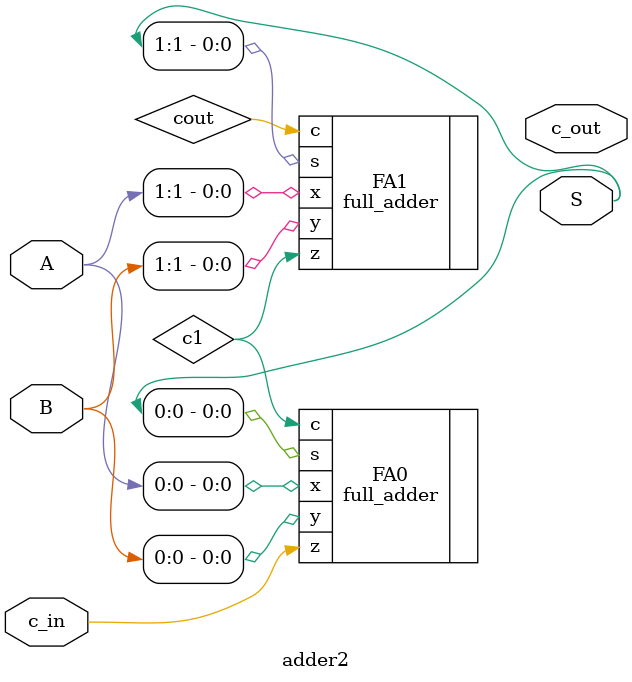
<source format=sv>
module adder2 (
	input[1:0]A,B,
	input c_in,
	output [1:0] S,
	output c_out);
		//Internal Carries in the 2 bit Adder
		logic c1;
		
		full_adder FA0 (.x (A[0]), .y(B[0]), .z(c_in), .s(S[0]), .c(c1));
		full_adder FA1 (.x (A[1]), .y(B[1]), .z(c1), .s(S[1]), .c(cout));
		
endmodule 
</source>
